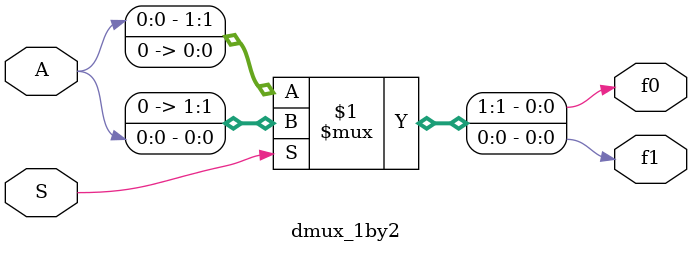
<source format=sv>

module dmux_1by2(
    input S, 
    input A, 
    output logic f0,f1
    );
    assign {f0, f1} = S ? {1'b0, A} : {A, 1'b0};
endmodule
</source>
